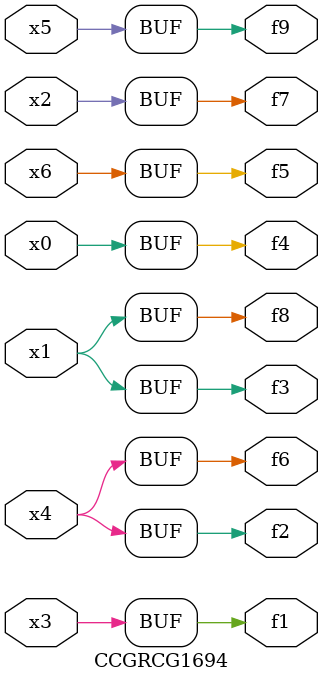
<source format=v>
module CCGRCG1694(
	input x0, x1, x2, x3, x4, x5, x6,
	output f1, f2, f3, f4, f5, f6, f7, f8, f9
);
	assign f1 = x3;
	assign f2 = x4;
	assign f3 = x1;
	assign f4 = x0;
	assign f5 = x6;
	assign f6 = x4;
	assign f7 = x2;
	assign f8 = x1;
	assign f9 = x5;
endmodule

</source>
